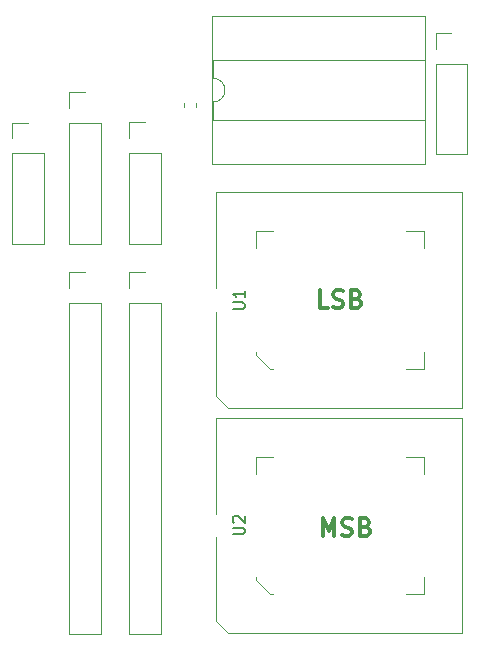
<source format=gto>
%TF.GenerationSoftware,KiCad,Pcbnew,(6.0.6)*%
%TF.CreationDate,2022-07-04T12:30:35-04:00*%
%TF.ProjectId,HP9825_ROM_Replacement,48503938-3235-45f5-924f-4d5f5265706c,rev?*%
%TF.SameCoordinates,Original*%
%TF.FileFunction,Legend,Top*%
%TF.FilePolarity,Positive*%
%FSLAX46Y46*%
G04 Gerber Fmt 4.6, Leading zero omitted, Abs format (unit mm)*
G04 Created by KiCad (PCBNEW (6.0.6)) date 2022-07-04 12:30:35*
%MOMM*%
%LPD*%
G01*
G04 APERTURE LIST*
%ADD10C,0.300000*%
%ADD11C,0.150000*%
%ADD12C,0.120000*%
G04 APERTURE END LIST*
D10*
X182693714Y-117518571D02*
X182693714Y-116018571D01*
X183193714Y-117090000D01*
X183693714Y-116018571D01*
X183693714Y-117518571D01*
X184336571Y-117447142D02*
X184550857Y-117518571D01*
X184908000Y-117518571D01*
X185050857Y-117447142D01*
X185122285Y-117375714D01*
X185193714Y-117232857D01*
X185193714Y-117090000D01*
X185122285Y-116947142D01*
X185050857Y-116875714D01*
X184908000Y-116804285D01*
X184622285Y-116732857D01*
X184479428Y-116661428D01*
X184408000Y-116590000D01*
X184336571Y-116447142D01*
X184336571Y-116304285D01*
X184408000Y-116161428D01*
X184479428Y-116090000D01*
X184622285Y-116018571D01*
X184979428Y-116018571D01*
X185193714Y-116090000D01*
X186336571Y-116732857D02*
X186550857Y-116804285D01*
X186622285Y-116875714D01*
X186693714Y-117018571D01*
X186693714Y-117232857D01*
X186622285Y-117375714D01*
X186550857Y-117447142D01*
X186408000Y-117518571D01*
X185836571Y-117518571D01*
X185836571Y-116018571D01*
X186336571Y-116018571D01*
X186479428Y-116090000D01*
X186550857Y-116161428D01*
X186622285Y-116304285D01*
X186622285Y-116447142D01*
X186550857Y-116590000D01*
X186479428Y-116661428D01*
X186336571Y-116732857D01*
X185836571Y-116732857D01*
X183150000Y-98214571D02*
X182435714Y-98214571D01*
X182435714Y-96714571D01*
X183578571Y-98143142D02*
X183792857Y-98214571D01*
X184150000Y-98214571D01*
X184292857Y-98143142D01*
X184364285Y-98071714D01*
X184435714Y-97928857D01*
X184435714Y-97786000D01*
X184364285Y-97643142D01*
X184292857Y-97571714D01*
X184150000Y-97500285D01*
X183864285Y-97428857D01*
X183721428Y-97357428D01*
X183650000Y-97286000D01*
X183578571Y-97143142D01*
X183578571Y-97000285D01*
X183650000Y-96857428D01*
X183721428Y-96786000D01*
X183864285Y-96714571D01*
X184221428Y-96714571D01*
X184435714Y-96786000D01*
X185578571Y-97428857D02*
X185792857Y-97500285D01*
X185864285Y-97571714D01*
X185935714Y-97714571D01*
X185935714Y-97928857D01*
X185864285Y-98071714D01*
X185792857Y-98143142D01*
X185650000Y-98214571D01*
X185078571Y-98214571D01*
X185078571Y-96714571D01*
X185578571Y-96714571D01*
X185721428Y-96786000D01*
X185792857Y-96857428D01*
X185864285Y-97000285D01*
X185864285Y-97143142D01*
X185792857Y-97286000D01*
X185721428Y-97357428D01*
X185578571Y-97428857D01*
X185078571Y-97428857D01*
D11*
%TO.C,U1*%
X175082380Y-98297904D02*
X175891904Y-98297904D01*
X175987142Y-98250285D01*
X176034761Y-98202666D01*
X176082380Y-98107428D01*
X176082380Y-97916952D01*
X176034761Y-97821714D01*
X175987142Y-97774095D01*
X175891904Y-97726476D01*
X175082380Y-97726476D01*
X176082380Y-96726476D02*
X176082380Y-97297904D01*
X176082380Y-97012190D02*
X175082380Y-97012190D01*
X175225238Y-97107428D01*
X175320476Y-97202666D01*
X175368095Y-97297904D01*
%TO.C,U2*%
X175082380Y-117367904D02*
X175891904Y-117367904D01*
X175987142Y-117320285D01*
X176034761Y-117272666D01*
X176082380Y-117177428D01*
X176082380Y-116986952D01*
X176034761Y-116891714D01*
X175987142Y-116844095D01*
X175891904Y-116796476D01*
X175082380Y-116796476D01*
X175177619Y-116367904D02*
X175130000Y-116320285D01*
X175082380Y-116225047D01*
X175082380Y-115986952D01*
X175130000Y-115891714D01*
X175177619Y-115844095D01*
X175272857Y-115796476D01*
X175368095Y-115796476D01*
X175510952Y-115844095D01*
X176082380Y-116415523D01*
X176082380Y-115796476D01*
D12*
%TO.C,J1RD1*%
X166310000Y-97790000D02*
X168970000Y-97790000D01*
X168970000Y-97790000D02*
X168970000Y-125790000D01*
X166310000Y-95190000D02*
X167640000Y-95190000D01*
X166310000Y-97790000D02*
X166310000Y-125790000D01*
X166310000Y-96520000D02*
X166310000Y-95190000D01*
X166310000Y-125790000D02*
X168970000Y-125790000D01*
%TO.C,J1LD1*%
X161230000Y-96520000D02*
X161230000Y-95190000D01*
X161230000Y-97790000D02*
X163890000Y-97790000D01*
X161230000Y-95190000D02*
X162560000Y-95190000D01*
X163890000Y-97790000D02*
X163890000Y-125790000D01*
X161230000Y-97790000D02*
X161230000Y-125790000D01*
X161230000Y-125790000D02*
X163890000Y-125790000D01*
%TO.C,J4*%
X194928800Y-77505400D02*
X194928800Y-85185400D01*
X192268800Y-74905400D02*
X193598800Y-74905400D01*
X192268800Y-76235400D02*
X192268800Y-74905400D01*
X192268800Y-77505400D02*
X194928800Y-77505400D01*
X192268800Y-85185400D02*
X194928800Y-85185400D01*
X192268800Y-77505400D02*
X192268800Y-85185400D01*
%TO.C,J1RU1*%
X166310000Y-85090000D02*
X166310000Y-92770000D01*
X166310000Y-85090000D02*
X168970000Y-85090000D01*
X166310000Y-82490000D02*
X167640000Y-82490000D01*
X166310000Y-92770000D02*
X168970000Y-92770000D01*
X168970000Y-85090000D02*
X168970000Y-92770000D01*
X166310000Y-83820000D02*
X166310000Y-82490000D01*
%TO.C,C1*%
X170940000Y-80885420D02*
X170940000Y-81166580D01*
X171960000Y-80885420D02*
X171960000Y-81166580D01*
%TO.C,U3*%
X173422000Y-80756000D02*
X173422000Y-82291000D01*
X173422000Y-82291000D02*
X191322000Y-82291000D01*
X191382000Y-73521000D02*
X173362000Y-73521000D01*
X191322000Y-82291000D02*
X191322000Y-77221000D01*
X173422000Y-77221000D02*
X173422000Y-78756000D01*
X173362000Y-73521000D02*
X173362000Y-85991000D01*
X191382000Y-85991000D02*
X191382000Y-73521000D01*
X191322000Y-77221000D02*
X173422000Y-77221000D01*
X173362000Y-85991000D02*
X191382000Y-85991000D01*
X173422000Y-80756000D02*
G75*
G03*
X173422000Y-78756000I0J1000000D01*
G01*
%TO.C,U1*%
X191245000Y-103361000D02*
X189790000Y-103361000D01*
X191245000Y-93166000D02*
X191245000Y-91711000D01*
X194490000Y-106661000D02*
X194490000Y-88411000D01*
X178227218Y-103361000D02*
X178510000Y-103361000D01*
X173690000Y-98536000D02*
X173690000Y-105661000D01*
X177055000Y-102188782D02*
X178227218Y-103361000D01*
X177055000Y-93166000D02*
X177055000Y-91711000D01*
X191245000Y-101906000D02*
X191245000Y-103361000D01*
X173690000Y-88411000D02*
X173690000Y-96536000D01*
X177055000Y-101906000D02*
X177055000Y-102188782D01*
X173690000Y-105661000D02*
X174690000Y-106661000D01*
X174690000Y-106661000D02*
X194490000Y-106661000D01*
X191245000Y-91711000D02*
X189790000Y-91711000D01*
X177055000Y-91711000D02*
X178510000Y-91711000D01*
X194490000Y-88411000D02*
X173690000Y-88411000D01*
%TO.C,J3*%
X156404000Y-92780000D02*
X159064000Y-92780000D01*
X156404000Y-82500000D02*
X157734000Y-82500000D01*
X156404000Y-85100000D02*
X159064000Y-85100000D01*
X156404000Y-85100000D02*
X156404000Y-92780000D01*
X156404000Y-83830000D02*
X156404000Y-82500000D01*
X159064000Y-85100000D02*
X159064000Y-92780000D01*
%TO.C,U2*%
X174690000Y-125731000D02*
X194490000Y-125731000D01*
X173690000Y-107481000D02*
X173690000Y-115606000D01*
X191245000Y-112236000D02*
X191245000Y-110781000D01*
X194490000Y-107481000D02*
X173690000Y-107481000D01*
X177055000Y-121258782D02*
X178227218Y-122431000D01*
X194490000Y-125731000D02*
X194490000Y-107481000D01*
X191245000Y-120976000D02*
X191245000Y-122431000D01*
X178227218Y-122431000D02*
X178510000Y-122431000D01*
X173690000Y-117606000D02*
X173690000Y-124731000D01*
X173690000Y-124731000D02*
X174690000Y-125731000D01*
X177055000Y-112236000D02*
X177055000Y-110781000D01*
X191245000Y-122431000D02*
X189790000Y-122431000D01*
X177055000Y-110781000D02*
X178510000Y-110781000D01*
X177055000Y-120976000D02*
X177055000Y-121258782D01*
X191245000Y-110781000D02*
X189790000Y-110781000D01*
%TO.C,J1LU1*%
X161230000Y-81280000D02*
X161230000Y-79950000D01*
X161230000Y-92770000D02*
X163890000Y-92770000D01*
X161230000Y-82550000D02*
X161230000Y-92770000D01*
X163890000Y-82550000D02*
X163890000Y-92770000D01*
X161230000Y-82550000D02*
X163890000Y-82550000D01*
X161230000Y-79950000D02*
X162560000Y-79950000D01*
%TD*%
M02*

</source>
